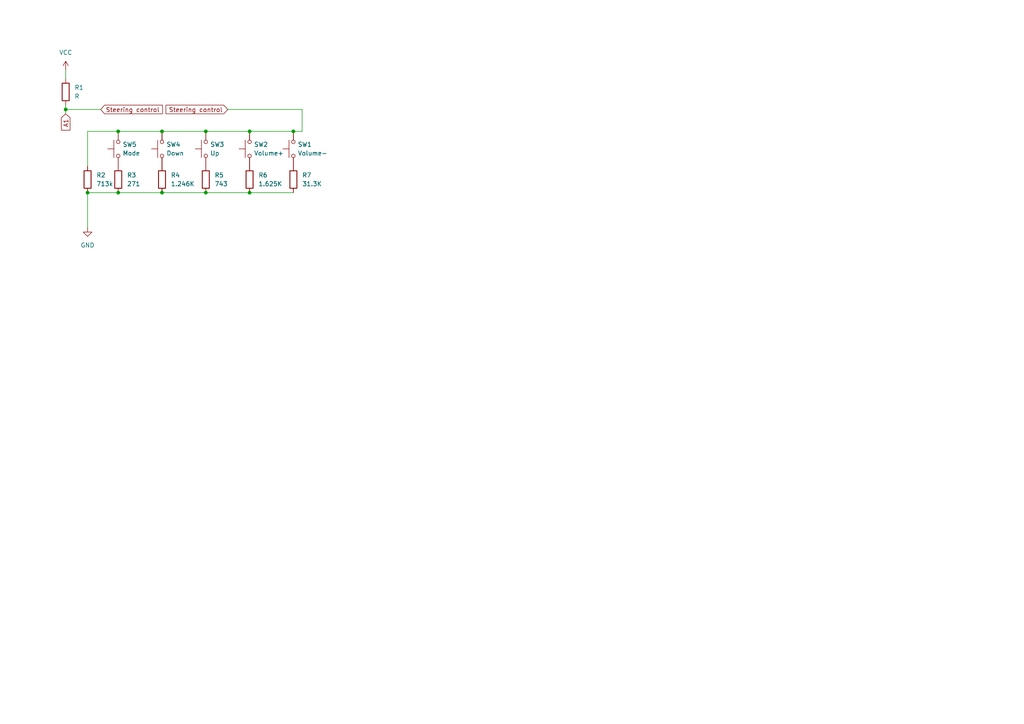
<source format=kicad_sch>
(kicad_sch (version 20230121) (generator eeschema)
  (paper "A4")
  (lib_symbols
    (symbol "Device:R" (pin_numbers hide) (pin_names (offset 0))
      (property "Reference" "R" (at 2.032 0 90))
      (property "Value" "R" (at 0 0 90))
      (symbol "R_0_1"
        (rectangle (start -1.016 -2.54) (end 1.016 2.54) (stroke (width 0.254)))
      )
      (symbol "R_1_1"
        (pin passive line (at 0 3.81 270) (length 1.27) (name "~") (number "1"))
        (pin passive line (at 0 -3.81 90) (length 1.27) (name "~") (number "2"))
      )
    )
    (symbol "Switch:SW_Push" (pin_numbers hide) (pin_names (offset 1.016) hide)
      (property "Reference" "SW" (at 1.27 2.54 0))
      (property "Value" "SW_Push" (at 0 -1.524 0))
      (symbol "SW_Push_0_1"
        (circle (center -2.032 0) (radius 0.508))
        (polyline (pts (xy 0 1.27) (xy 0 3.048)))
        (polyline (pts (xy 2.54 1.27) (xy -2.54 1.27)))
        (circle (center 2.032 0) (radius 0.508))
        (pin passive line (at -5.08 0 0) (length 2.54) (name "1") (number "1"))
        (pin passive line (at 5.08 0 180) (length 2.54) (name "2") (number "2"))
      )
    )
    (symbol "power:GND" (power) (pin_names (offset 0))
      (property "Value" "GND" (at 0 -3.81 0))
      (symbol "GND_0_1"
        (polyline (pts (xy 0 0) (xy 0 -1.27) (xy 1.27 -1.27) (xy 0 -2.54) (xy -1.27 -1.27) (xy 0 -1.27)))
      )
      (symbol "GND_1_1"
        (pin power_in line (at 0 0 270) (length 0) hide (name "GND") (number "1"))
      )
    )
    (symbol "power:VCC" (power) (pin_names (offset 0))
      (property "Value" "VCC" (at 0 3.81 0))
      (symbol "VCC_0_1"
        (polyline (pts (xy -0.762 1.27) (xy 0 2.54)))
        (polyline (pts (xy 0 0) (xy 0 2.54)))
        (polyline (pts (xy 0 2.54) (xy 0.762 1.27)))
      )
      (symbol "VCC_1_1"
        (pin power_in line (at 0 0 90) (length 0) hide (name "VCC") (number "1"))
      )
    )
  )
  (junction (at 34.29 38.1))
  (junction (at 72.39 55.88))
  (junction (at 19.05 31.75))
  (junction (at 46.99 38.1))
  (junction (at 34.29 55.88))
  (junction (at 59.69 38.1))
  (junction (at 72.39 38.1))
  (junction (at 25.4 55.88))
  (junction (at 46.99 55.88))
  (junction (at 59.69 55.88))
  (junction (at 85.09 38.1))
  (wire (pts (xy 72.39 55.88) (xy 85.09 55.88)))
  (wire (pts (xy 25.4 48.26) (xy 25.4 38.1)))
  (wire (pts (xy 25.4 55.88) (xy 34.29 55.88)))
  (wire (pts (xy 72.39 38.1) (xy 85.09 38.1)))
  (wire (pts (xy 19.05 31.75) (xy 29.21 31.75)))
  (wire (pts (xy 19.05 31.75) (xy 19.05 30.48)))
  (wire (pts (xy 25.4 55.88) (xy 25.4 66.04)))
  (wire (pts (xy 59.69 38.1) (xy 72.39 38.1)))
  (wire (pts (xy 19.05 33.02) (xy 19.05 31.75)))
  (wire (pts (xy 87.63 38.1) (xy 85.09 38.1)))
  (wire (pts (xy 87.63 31.75) (xy 87.63 38.1)))
  (wire (pts (xy 46.99 55.88) (xy 59.69 55.88)))
  (wire (pts (xy 34.29 38.1) (xy 46.99 38.1)))
  (wire (pts (xy 34.29 55.88) (xy 46.99 55.88)))
  (wire (pts (xy 46.99 38.1) (xy 59.69 38.1)))
  (wire (pts (xy 87.63 31.75) (xy 66.04 31.75)))
  (wire (pts (xy 59.69 55.88) (xy 72.39 55.88)))
  (wire (pts (xy 25.4 38.1) (xy 34.29 38.1)))
  (wire (pts (xy 19.05 20.32) (xy 19.05 22.86)))
  (global_label "Steering control" (shape input) (at 66.04 31.75 180) (property "Intersheetrefs" "${INTERSHEET_REFS}" (effects hide)))
  (global_label "A1" (shape input) (at 19.05 33.02 270) (property "Intersheetrefs" "${INTERSHEET_REFS}" (effects hide)))
  (global_label "Steering control" (shape input) (at 29.21 31.75 0) (property "Intersheetrefs" "${INTERSHEET_REFS}" (effects hide)))
  (symbol (lib_id "Device:R") (at 72.39 52.07 0) (unit 1)
    (property "Reference" "R6" (at 74.93 50.8 0) (effects (justify left)))
    (property "Value" "1.625K" (at 74.93 53.34 0) (effects (justify left)))
  )
  (symbol (lib_id "power:VCC") (at 19.05 20.32 0) (unit 1)
    (property "Reference" "#PWR01" (effects hide))
    (property "Value" "VCC" (at 19.05 15.24 0))
  )
  (symbol (lib_id "Switch:SW_Push") (at 34.29 43.18 90) (unit 1)
    (property "Reference" "SW5" (at 35.56 41.91 90) (effects (justify right)))
    (property "Value" "Mode" (at 35.56 44.45 90) (effects (justify right)))
  )
  (symbol (lib_id "Device:R") (at 19.05 26.67 0) (unit 1)
    (property "Reference" "R1" (at 21.59 25.4 0) (effects (justify left)))
    (property "Value" "R" (at 21.59 27.94 0) (effects (justify left)))
  )
  (symbol (lib_id "Device:R") (at 34.29 52.07 0) (unit 1)
    (property "Reference" "R3" (at 36.83 50.8 0) (effects (justify left)))
    (property "Value" "271" (at 36.83 53.34 0) (effects (justify left)))
  )
  (symbol (lib_id "Switch:SW_Push") (at 59.69 43.18 90) (unit 1)
    (property "Reference" "SW3" (at 60.96 41.91 90) (effects (justify right)))
    (property "Value" "Up" (at 60.96 44.45 90) (effects (justify right)))
  )
  (symbol (lib_id "Device:R") (at 59.69 52.07 0) (unit 1)
    (property "Reference" "R5" (at 62.23 50.8 0) (effects (justify left)))
    (property "Value" "743" (at 62.23 53.34 0) (effects (justify left)))
  )
  (symbol (lib_id "Device:R") (at 46.99 52.07 0) (unit 1)
    (property "Reference" "R4" (at 49.53 50.8 0) (effects (justify left)))
    (property "Value" "1.246K" (at 49.53 53.34 0) (effects (justify left)))
  )
  (symbol (lib_id "Device:R") (at 85.09 52.07 0) (unit 1)
    (property "Reference" "R7" (at 87.63 50.8 0) (effects (justify left)))
    (property "Value" "31.3K" (at 87.63 53.34 0) (effects (justify left)))
  )
  (symbol (lib_id "Switch:SW_Push") (at 85.09 43.18 90) (unit 1)
    (property "Reference" "SW1" (at 86.36 41.91 90) (effects (justify right)))
    (property "Value" "Volume-" (at 86.36 44.45 90) (effects (justify right)))
  )
  (symbol (lib_id "Switch:SW_Push") (at 72.39 43.18 90) (unit 1)
    (property "Reference" "SW2" (at 73.66 41.91 90) (effects (justify right)))
    (property "Value" "Volume+" (at 73.66 44.45 90) (effects (justify right)))
  )
  (symbol (lib_id "power:GND") (at 25.4 66.04 0) (unit 1)
    (property "Reference" "#PWR02" (effects hide))
    (property "Value" "GND" (at 25.4 71.12 0))
  )
  (symbol (lib_id "Device:R") (at 25.4 52.07 0) (unit 1)
    (property "Reference" "R2" (at 27.94 50.8 0) (effects (justify left)))
    (property "Value" "713k" (at 27.94 53.34 0) (effects (justify left)))
  )
  (symbol (lib_id "Switch:SW_Push") (at 46.99 43.18 90) (unit 1)
    (property "Reference" "SW4" (at 48.26 41.91 90) (effects (justify right)))
    (property "Value" "Down" (at 48.26 44.45 90) (effects (justify right)))
  )
)
</source>
